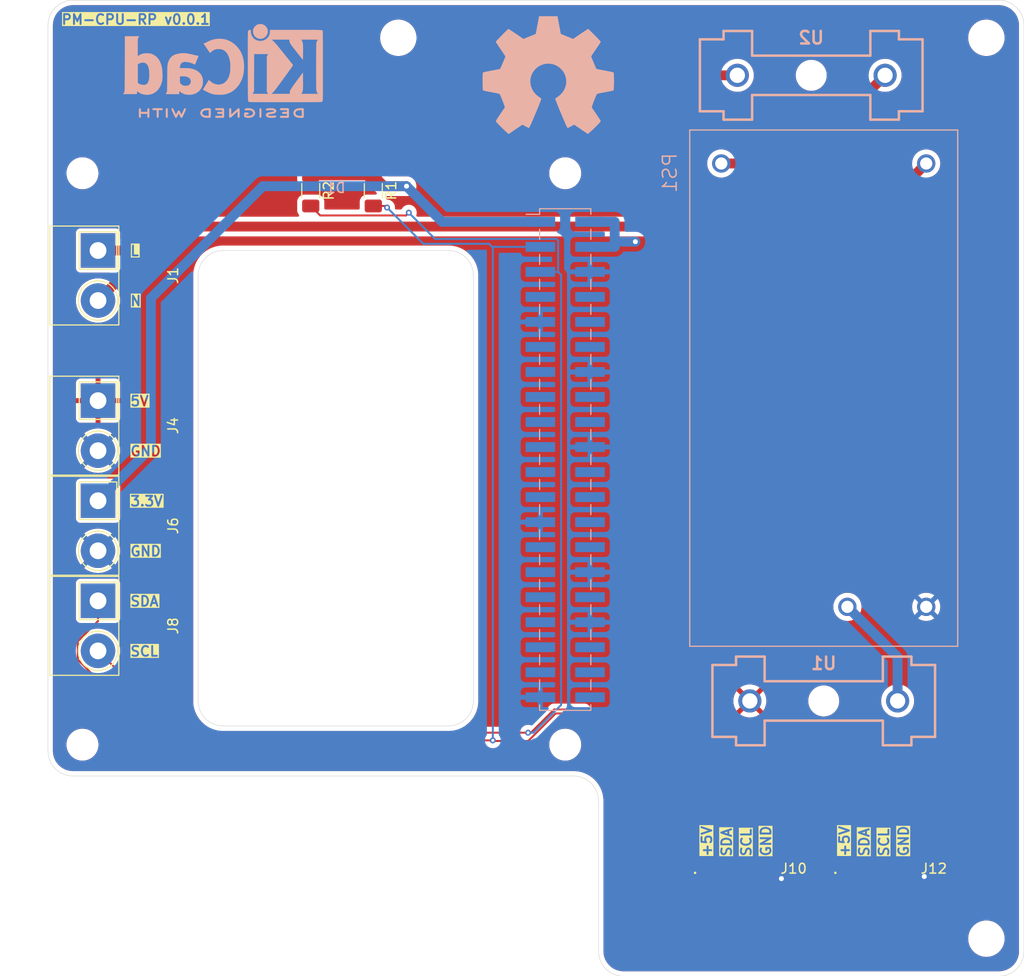
<source format=kicad_pcb>
(kicad_pcb (version 20240108) (generator "pcbnew") (generator_version "8.0")
  (layers (0 "F.Cu" signal) (31 "B.Cu" signal) (34 "B.Paste" user) (35 "F.Paste" user) (36 "B.SilkS" user "B.Silkscreen") (37 "F.SilkS" user "F.Silkscreen") (38 "B.Mask" user) (39 "F.Mask" user) (44 "Edge.Cuts" user))
  (net 0 "")
  (net 27 "/5V")
  (net 28 "GND")
  (net 29 "/3V3")
  (net 30 "/SCL")
  (net 31 "/SDA")
  (net 32 "/N")
  (net 33 "/L")
  (net 34 "Net-(PS1-PadAC{slash}L)")
  (net 35 "Net-(PS1-Pad+V)")
  (footprint "NextPCB:JST_S4B-PH-SM4-TB_JST_S4B-PH-SM4-TB" (layer "F.Cu") (at 185.42 140.97 180)
    (property "Reference" "J12" (at -6.096 2.032 0) (layer "F.SilkS") (effects (font (size 1.000268 1.000268))))
    (property "Value" "S4B-PH-SM4-TB")
    (pad "1" smd rect (at 3 0 180) (size 1 3.5) (layers "F.Cu" "F.Paste" "F.Mask") (net 27 "/5V"))
    (pad "2" smd rect (at 1 0 180) (size 1 3.5) (layers "F.Cu" "F.Paste" "F.Mask") (net 31 "/SDA"))
    (pad "3" smd rect (at -1 0 180) (size 1 3.5) (layers "F.Cu" "F.Paste" "F.Mask") (net 30 "/SCL"))
    (pad "4" smd rect (at -3 0 180) (size 1 3.5) (layers "F.Cu" "F.Paste" "F.Mask") (net 28 "GND"))
    (pad "P1" smd rect (at 5.35 -5.75 180) (size 1.5 3.4) (layers "F.Cu" "F.Paste" "F.Mask"))
    (pad "P2" smd rect (at -5.35 -5.75 180) (size 1.5 3.4) (layers "F.Cu" "F.Paste" "F.Mask"))
  )
  (footprint "MountingHole:MountingHole_3.2mm_M3" (layer "F.Cu") (at 137.16 54.61)
    (property "Reference" "H1" (hide yes))
    (property "Value" "MountingHole" (hide yes))
    (pad "" np_thru_hole circle (at 0 0) (size 3.2 3.2) (drill 3.2) (layers "*.Cu" "*.Mask"))
  )
  (footprint "NextPCB:Degson_2EDGR-5.08-02P" (layer "F.Cu") (at 106.68 111.76 -90)
    (property "Reference" "J8" (at 2.54 -7.62 90) (layer "F.SilkS"))
    (property "Value" "2EDGR-5.08-02P")
    (pad "1" thru_hole rect (at 0 0 270) (size 3.5 3.5) (drill 1.7) (layers "*.Cu" "*.Mask") (net 31 "/SDA"))
    (pad "2" thru_hole circle (at 5.08 0 270) (size 3.5 3.5) (drill 1.7) (layers "*.Cu" "*.Mask") (net 30 "/SCL"))
  )
  (footprint "MountingHole:MountingHole_3.2mm_M3" (layer "F.Cu") (at 196.85 146.05)
    (property "Reference" "H3" (hide yes))
    (property "Value" "MountingHole" (hide yes))
    (pad "" np_thru_hole circle (at 0 0) (size 3.2 3.2) (drill 3.2) (layers "*.Cu" "*.Mask"))
  )
  (footprint "Resistor_SMD:R_1206_3216Metric_Pad1.30x1.75mm_HandSolder" (layer "F.Cu") (at 128.27 70.13 -90)
    (property "Reference" "R2" (at 0 -1.82 90) (layer "F.SilkS"))
    (property "Value" "3k3")
    (pad "1" smd roundrect (at -1.55 0 270) (size 1.3 1.75) (layers "F.Cu" "F.Paste" "F.Mask") (roundrect_rratio 0.192308) (net 29 "/3V3"))
    (pad "2" smd roundrect (at 1.55 0 270) (size 1.3 1.75) (layers "F.Cu" "F.Paste" "F.Mask") (roundrect_rratio 0.192308) (net 30 "/SCL"))
  )
  (footprint "NextPCB:Degson_2EDGR-5.08-02P" (layer "F.Cu") (at 106.68 101.6 -90)
    (property "Reference" "J6" (at 2.54 -7.62 90) (layer "F.SilkS"))
    (property "Value" "2EDGR-5.08-02P")
    (pad "1" thru_hole rect (at 0 0 270) (size 3.5 3.5) (drill 1.7) (layers "*.Cu" "*.Mask") (net 29 "/3V3"))
    (pad "2" thru_hole circle (at 5.08 0 270) (size 3.5 3.5) (drill 1.7) (layers "*.Cu" "*.Mask") (net 28 "GND"))
  )
  (footprint "NextPCB:JST_S4B-PH-SM4-TB_JST_S4B-PH-SM4-TB" (layer "F.Cu") (at 171.18 140.97 180)
    (property "Reference" "J10" (at -6.112 2.032 0) (layer "F.SilkS") (effects (font (size 1.000268 1.000268))))
    (property "Value" "S4B-PH-SM4-TB")
    (pad "1" smd rect (at 3 0 180) (size 1 3.5) (layers "F.Cu" "F.Paste" "F.Mask") (net 27 "/5V"))
    (pad "2" smd rect (at 1 0 180) (size 1 3.5) (layers "F.Cu" "F.Paste" "F.Mask") (net 31 "/SDA"))
    (pad "3" smd rect (at -1 0 180) (size 1 3.5) (layers "F.Cu" "F.Paste" "F.Mask") (net 30 "/SCL"))
    (pad "4" smd rect (at -3 0 180) (size 1 3.5) (layers "F.Cu" "F.Paste" "F.Mask") (net 28 "GND"))
    (pad "P1" smd rect (at 5.35 -5.75 180) (size 1.5 3.4) (layers "F.Cu" "F.Paste" "F.Mask"))
    (pad "P2" smd rect (at -5.35 -5.75 180) (size 1.5 3.4) (layers "F.Cu" "F.Paste" "F.Mask"))
  )
  (footprint "Resistor_SMD:R_1206_3216Metric_Pad1.30x1.75mm_HandSolder" (layer "F.Cu") (at 134.62 70.13 -90)
    (property "Reference" "R1" (at 0 -1.82 90) (layer "F.SilkS"))
    (property "Value" "3k3")
    (pad "1" smd roundrect (at -1.55 0 270) (size 1.3 1.75) (layers "F.Cu" "F.Paste" "F.Mask") (roundrect_rratio 0.192308) (net 29 "/3V3"))
    (pad "2" smd roundrect (at 1.55 0 270) (size 1.3 1.75) (layers "F.Cu" "F.Paste" "F.Mask") (roundrect_rratio 0.192308) (net 31 "/SDA"))
  )
  (footprint "MountingHole:MountingHole_3.2mm_M3" (layer "F.Cu") (at 196.85 54.61)
    (property "Reference" "H2" (hide yes))
    (property "Value" "MountingHole" (hide yes))
    (pad "" np_thru_hole circle (at 0 0) (size 3.2 3.2) (drill 3.2) (layers "*.Cu" "*.Mask"))
  )
  (footprint "NextPCB:Degson_2EDGR-5.08-02P" (layer "F.Cu") (at 106.68 91.44 -90)
    (property "Reference" "J4" (at 2.54 -7.62 90) (layer "F.SilkS"))
    (property "Value" "2EDGR-5.08-02P")
    (pad "1" thru_hole rect (at 0 0 270) (size 3.5 3.5) (drill 1.7) (layers "*.Cu" "*.Mask") (net 27 "/5V"))
    (pad "2" thru_hole circle (at 5.08 0 270) (size 3.5 3.5) (drill 1.7) (layers "*.Cu" "*.Mask") (net 28 "GND"))
  )
  (footprint "NextPCB:Degson_2EDGR-5.08-02P" (layer "F.Cu") (at 106.68 76.2 -90)
    (property "Reference" "J1" (at 2.54 -7.62 90) (layer "F.SilkS"))
    (property "Value" "2EDGR-5.08-02P")
    (pad "1" thru_hole rect (at 0 0 270) (size 3.5 3.5) (drill 1.7) (layers "*.Cu" "*.Mask") (net 33 "/L"))
    (pad "2" thru_hole circle (at 5.08 0 270) (size 3.5 3.5) (drill 1.7) (layers "*.Cu" "*.Mask") (net 32 "/N"))
  )
  (footprint "NextPCB:RaspberryPi" (layer "B.Cu") (at 105.1 98.36 180)
    (property "Reference" "D1" (at -25.71 28.51 0) (layer "B.SilkS") (effects (justify mirror)))
    (property "Value" "~")
    (pad "" np_thru_hole circle (at -49 -28 90) (size 2.75 2.75) (drill 2.75) (layers "*.Cu" "*.Mask"))
    (pad "" np_thru_hole circle (at -49 30 90) (size 2.75 2.75) (drill 2.75) (layers "*.Cu" "*.Mask"))
    (pad "" np_thru_hole circle (at 0 -28 90) (size 2.75 2.75) (drill 2.75) (layers "*.Cu" "*.Mask"))
    (pad "" np_thru_hole circle (at 0 30 90) (size 2.75 2.75) (drill 2.75) (layers "*.Cu" "*.Mask"))
    (pad "1" smd rect (at -46.48 25.07 180) (size 3 1) (layers "B.Cu" "B.Paste" "B.Mask") (net 29 "/3V3"))
    (pad "2" smd rect (at -51.52 25.07 180) (size 3 1) (layers "B.Cu" "B.Paste" "B.Mask") (net 27 "/5V"))
    (pad "3" smd rect (at -46.48 22.53 180) (size 3 1) (layers "B.Cu" "B.Paste" "B.Mask") (net 31 "/SDA"))
    (pad "4" smd rect (at -51.52 22.53 180) (size 3 1) (layers "B.Cu" "B.Paste" "B.Mask") (net 27 "/5V"))
    (pad "5" smd rect (at -46.48 19.99 180) (size 3 1) (layers "B.Cu" "B.Paste" "B.Mask") (net 30 "/SCL"))
    (pad "6" smd rect (at -51.52 19.99 180) (size 3 1) (layers "B.Cu" "B.Paste" "B.Mask") (net 28 "GND"))
    (pad "7" smd rect (at -46.48 17.45 180) (size 3 1) (layers "B.Cu" "B.Paste" "B.Mask"))
    (pad "8" smd rect (at -51.52 17.45 180) (size 3 1) (layers "B.Cu" "B.Paste" "B.Mask"))
    (pad "9" smd rect (at -46.48 14.91 180) (size 3 1) (layers "B.Cu" "B.Paste" "B.Mask") (net 28 "GND"))
    (pad "10" smd rect (at -51.52 14.91 180) (size 3 1) (layers "B.Cu" "B.Paste" "B.Mask"))
    (pad "11" smd rect (at -46.48 12.37 180) (size 3 1) (layers "B.Cu" "B.Paste" "B.Mask"))
    (pad "12" smd rect (at -51.52 12.37 180) (size 3 1) (layers "B.Cu" "B.Paste" "B.Mask"))
    (pad "13" smd rect (at -46.48 9.83 180) (size 3 1) (layers "B.Cu" "B.Paste" "B.Mask"))
    (pad "14" smd rect (at -51.52 9.83 180) (size 3 1) (layers "B.Cu" "B.Paste" "B.Mask") (net 28 "GND"))
    (pad "15" smd rect (at -46.48 7.29 180) (size 3 1) (layers "B.Cu" "B.Paste" "B.Mask"))
    (pad "16" smd rect (at -51.52 7.29 180) (size 3 1) (layers "B.Cu" "B.Paste" "B.Mask"))
    (pad "17" smd rect (at -46.48 4.75 180) (size 3 1) (layers "B.Cu" "B.Paste" "B.Mask"))
    (pad "18" smd rect (at -51.52 4.75 180) (size 3 1) (layers "B.Cu" "B.Paste" "B.Mask"))
    (pad "19" smd rect (at -46.48 2.21 180) (size 3 1) (layers "B.Cu" "B.Paste" "B.Mask"))
    (pad "20" smd rect (at -51.52 2.21 180) (size 3 1) (layers "B.Cu" "B.Paste" "B.Mask") (net 28 "GND"))
    (pad "21" smd rect (at -46.48 -0.33 180) (size 3 1) (layers "B.Cu" "B.Paste" "B.Mask"))
    (pad "22" smd rect (at -51.52 -0.33 180) (size 3 1) (layers "B.Cu" "B.Paste" "B.Mask"))
    (pad "23" smd rect (at -46.48 -2.87 180) (size 3 1) (layers "B.Cu" "B.Paste" "B.Mask"))
    (pad "24" smd rect (at -51.52 -2.87 180) (size 3 1) (layers "B.Cu" "B.Paste" "B.Mask"))
    (pad "25" smd rect (at -46.48 -5.41 180) (size 3 1) (layers "B.Cu" "B.Paste" "B.Mask") (net 28 "GND"))
    (pad "26" smd rect (at -51.52 -5.41 180) (size 3 1) (layers "B.Cu" "B.Paste" "B.Mask"))
    (pad "27" smd rect (at -46.48 -7.95 180) (size 3 1) (layers "B.Cu" "B.Paste" "B.Mask"))
    (pad "28" smd rect (at -51.52 -7.95 180) (size 3 1) (layers "B.Cu" "B.Paste" "B.Mask"))
    (pad "29" smd rect (at -46.48 -10.49 180) (size 3 1) (layers "B.Cu" "B.Paste" "B.Mask"))
    (pad "30" smd rect (at -51.52 -10.49 180) (size 3 1) (layers "B.Cu" "B.Paste" "B.Mask") (net 28 "GND"))
    (pad "31" smd rect (at -46.48 -13.03 180) (size 3 1) (layers "B.Cu" "B.Paste" "B.Mask"))
    (pad "32" smd rect (at -51.52 -13.03 180) (size 3 1) (layers "B.Cu" "B.Paste" "B.Mask"))
    (pad "33" smd rect (at -46.48 -15.57 180) (size 3 1) (layers "B.Cu" "B.Paste" "B.Mask"))
    (pad "34" smd rect (at -51.52 -15.57 180) (size 3 1) (layers "B.Cu" "B.Paste" "B.Mask") (net 28 "GND"))
    (pad "35" smd rect (at -46.48 -18.11 180) (size 3 1) (layers "B.Cu" "B.Paste" "B.Mask"))
    (pad "36" smd rect (at -51.52 -18.11 180) (size 3 1) (layers "B.Cu" "B.Paste" "B.Mask"))
    (pad "37" smd rect (at -46.48 -20.65 180) (size 3 1) (layers "B.Cu" "B.Paste" "B.Mask"))
    (pad "38" smd rect (at -51.52 -20.65 180) (size 3 1) (layers "B.Cu" "B.Paste" "B.Mask"))
    (pad "39" smd rect (at -46.48 -23.19 180) (size 3 1) (layers "B.Cu" "B.Paste" "B.Mask") (net 28 "GND"))
    (pad "40" smd rect (at -51.52 -23.19 180) (size 3 1) (layers "B.Cu" "B.Paste" "B.Mask"))
  )
  (footprint "NextPCB:Fuseholder" (layer "B.Cu") (at 179.07 58.42 180)
    (property "Reference" "U2" (at 0 3.81 0) (layer "B.SilkS") (effects (font (size 1.27 1.27) (thickness 0.254)) (justify mirror)))
    (property "Value" "64900001039" (hide yes))
    (pad "" np_thru_hole circle (at 0 0 180) (size 2.65 2.65) (drill 2.65) (layers "*.Cu" "*.Mask"))
    (pad "1" thru_hole circle (at -7.5 0 180) (size 2.35 2.35) (drill 1.55) (layers "*.Cu" "*.Mask") (net 34 "Net-(PS1-PadAC{slash}L)"))
    (pad "2" thru_hole circle (at 7.5 0 180) (size 2.35 2.35) (drill 1.55) (layers "*.Cu" "*.Mask") (net 33 "/L"))
  )
  (footprint "NextPCB:Meanwell-IRM-15-5_CONV_IRM-15-5" (layer "B.Cu") (at 180.34 90.17 -90)
    (property "Reference" "PS1" (at -21.844 15.621 90) (layer "B.SilkS") (effects (font (size 1.4 1.4)) (justify mirror)))
    (property "Value" "IRM-15-5")
    (pad "+V" thru_hole circle (at 22.2 -2.4 270) (size 1.86 1.86) (drill 1.24) (layers "*.Cu" "*.Mask") (net 35 "Net-(PS1-Pad+V)"))
    (pad "-V" thru_hole circle (at 22.2 -10.4 270) (size 1.86 1.86) (drill 1.24) (layers "*.Cu" "*.Mask") (net 28 "GND"))
    (pad "AC/L" thru_hole circle (at -22.8 10.4 270) (size 1.86 1.86) (drill 1.24) (layers "*.Cu" "*.Mask") (net 34 "Net-(PS1-PadAC{slash}L)"))
    (pad "AC/N" thru_hole circle (at -22.8 -10.4 270) (size 1.86 1.86) (drill 1.24) (layers "*.Cu" "*.Mask") (net 32 "/N"))
  )
  (footprint "Symbol:OSHW-Symbol_13.4x12mm_SilkScreen" (layer "B.Cu") (at 152.4 58.42 180)
    (property "Reference" "logo_oshw" (hide yes))
    (property "Value" "OSHW-Symbol_13.4x12mm_SilkScreen" (hide yes))
  )
  (footprint "Symbol:KiCad-Logo2_8mm_SilkScreen" (layer "B.Cu") (at 119.38 57.15 180)
    (property "Reference" "logo_kicad" (hide yes))
    (property "Value" "KiCad-Logo2_8mm_SilkScreen" (hide yes))
  )
  (footprint "NextPCB:Fuseholder" (layer "B.Cu") (at 180.34 121.92)
    (property "Reference" "U1" (at 0 -3.81 0) (layer "B.SilkS") (effects (font (size 1.27 1.27) (thickness 0.254)) (justify mirror)))
    (property "Value" "64900001039" (hide yes))
    (pad "" np_thru_hole circle (at 0 0) (size 2.65 2.65) (drill 2.65) (layers "*.Cu" "*.Mask"))
    (pad "1" thru_hole circle (at -7.5 0) (size 2.35 2.35) (drill 1.55) (layers "*.Cu" "*.Mask") (net 27 "/5V"))
    (pad "2" thru_hole circle (at 7.5 0) (size 2.35 2.35) (drill 1.55) (layers "*.Cu" "*.Mask") (net 35 "Net-(PS1-Pad+V)"))
  )
  (gr_line (start 116.84 121.92) (end 116.84 78.74) (stroke (width 0.05)) (layer "Edge.Cuts"))
  (gr_arc (start 144.78 121.92) (mid 144.036051 123.716051) (end 142.24 124.46) (stroke (width 0.05)) (layer "Edge.Cuts"))
  (gr_line (start 144.78 78.74) (end 144.78 121.92) (stroke (width 0.05)) (layer "Edge.Cuts"))
  (gr_arc (start 101.6 53.34) (mid 102.343949 51.543949) (end 104.14 50.8) (stroke (width 0.05)) (layer "Edge.Cuts"))
  (gr_line (start 157.48 132.08) (end 157.48 147.32) (stroke (width 0.05)) (layer "Edge.Cuts"))
  (gr_line (start 142.24 124.46) (end 119.38 124.46) (stroke (width 0.05)) (layer "Edge.Cuts"))
  (gr_arc (start 142.24 76.2) (mid 144.036051 76.943949) (end 144.78 78.74) (stroke (width 0.05)) (layer "Edge.Cuts"))
  (gr_arc (start 160.02 149.86) (mid 158.223949 149.116051) (end 157.48 147.32) (stroke (width 0.05)) (layer "Edge.Cuts"))
  (gr_arc (start 104.14 129.54) (mid 102.343949 128.796051) (end 101.6 127) (stroke (width 0.05)) (layer "Edge.Cuts"))
  (gr_arc (start 119.38 124.46) (mid 117.583949 123.716051) (end 116.84 121.92) (stroke (width 0.05)) (layer "Edge.Cuts"))
  (gr_arc (start 116.84 78.74) (mid 117.583949 76.943949) (end 119.38 76.2) (stroke (width 0.05)) (layer "Edge.Cuts"))
  (gr_line (start 104.14 129.54) (end 154.94 129.54) (stroke (width 0.05)) (layer "Edge.Cuts"))
  (gr_line (start 198.12 50.8) (end 104.14 50.8) (stroke (width 0.05)) (layer "Edge.Cuts"))
  (gr_arc (start 198.12 50.8) (mid 199.916051 51.543949) (end 200.66 53.34) (stroke (width 0.05)) (layer "Edge.Cuts"))
  (gr_line (start 101.6 53.34) (end 101.6 127) (stroke (width 0.05)) (layer "Edge.Cuts"))
  (gr_arc (start 200.66 147.32) (mid 199.916051 149.116051) (end 198.12 149.86) (stroke (width 0.05)) (layer "Edge.Cuts"))
  (gr_line (start 160.02 149.86) (end 198.12 149.86) (stroke (width 0.05)) (layer "Edge.Cuts"))
  (gr_arc (start 154.94 129.54) (mid 156.736051 130.283949) (end 157.48 132.08) (stroke (width 0.05)) (layer "Edge.Cuts"))
  (gr_line (start 200.66 147.32) (end 200.66 53.34) (stroke (width 0.05)) (layer "Edge.Cuts"))
  (gr_line (start 119.38 76.2) (end 142.24 76.2) (stroke (width 0.05)) (layer "Edge.Cuts"))
  (gr_text "5V" (at 109.855 92.075 0) (layer "F.SilkS" knockout) (effects (font (size 1 1) (thickness 0.2) (bold yes)) (justify left bottom)))
  (gr_text "GND" (at 189.035266 137.795 90) (layer "F.SilkS" knockout) (effects (font (size 1 1) (thickness 0.2) (bold yes)) (justify left bottom)))
  (gr_text "SDA" (at 185.039 137.795 90) (layer "F.SilkS" knockout) (effects (font (size 1 1) (thickness 0.2) (bold yes)) (justify left bottom)))
  (gr_text "SCL" (at 187.037133 137.795 90) (layer "F.SilkS" knockout) (effects (font (size 1 1) (thickness 0.2) (bold yes)) (justify left bottom)))
  (gr_text "GND" (at 175.065266 137.795 90) (layer "F.SilkS" knockout) (effects (font (size 1 1) (thickness 0.2) (bold yes)) (justify left bottom)))
  (gr_text "+5V" (at 183.0324 137.8204 90) (layer "F.SilkS" knockout) (effects (font (size 1 1) (thickness 0.2) (bold yes)) (justify left bottom)))
  (gr_text "SCL" (at 109.855 117.475 0) (layer "F.SilkS" knockout) (effects (font (size 1 1) (thickness 0.2) (bold yes)) (justify left bottom)))
  (gr_text "L" (at 109.855 76.835 0) (layer "F.SilkS" knockout) (effects (font (size 1 1) (thickness 0.2) (bold yes)) (justify left bottom)))
  (gr_text "PM-CPU-RP v0.0.1" (at 102.87 53.34 0) (layer "F.SilkS" knockout) (effects (font (size 1 1) (thickness 0.2) (bold yes)) (justify left bottom)))
  (gr_text "SDA" (at 171.069 137.795 90) (layer "F.SilkS" knockout) (effects (font (size 1 1) (thickness 0.2) (bold yes)) (justify left bottom)))
  (gr_text "3.3V" (at 109.855 102.235 0) (layer "F.SilkS" knockout) (effects (font (size 1 1) (thickness 0.2) (bold yes)) (justify left bottom)))
  (gr_text "SCL" (at 173.067133 137.795 90) (layer "F.SilkS" knockout) (effects (font (size 1 1) (thickness 0.2) (bold yes)) (justify left bottom)))
  (gr_text "GND" (at 109.855 97.155 0) (layer "F.SilkS" knockout) (effects (font (size 1 1) (thickness 0.2) (bold yes)) (justify left bottom)))
  (gr_text "SDA" (at 109.855 112.395 0) (layer "F.SilkS" knockout) (effects (font (size 1 1) (thickness 0.2) (bold yes)) (justify left bottom)))
  (gr_text "N" (at 109.855 81.915 0) (layer "F.SilkS" knockout) (effects (font (size 1 1) (thickness 0.2) (bold yes)) (justify left bottom)))
  (gr_text "GND" (at 109.855 107.315 0) (layer "F.SilkS" knockout) (effects (font (size 1 1) (thickness 0.2) (bold yes)) (justify left bottom)))
  (gr_text "+5V" (at 169.0624 137.8204 90) (layer "F.SilkS" knockout) (effects (font (size 1 1) (thickness 0.2) (bold yes)) (justify left bottom)))
  (via (at 161.2192 75.3055) (size 1) (drill 0.5) (layers "F.Cu" "B.Cu") (net 27))
  (segment (start 161.2192 75.3055) (end 159.1217 75.3055) (width 1) (layer "B.Cu") (net 27))
  (segment (start 156.62 73.29) (end 159.1217 73.29) (width 1) (layer "B.Cu") (net 27))
  (segment (start 159.1217 75.83) (end 159.1217 75.3055) (width 1) (layer "B.Cu") (net 27))
  (segment (start 159.1217 75.3055) (end 159.1217 73.29) (width 1) (layer "B.Cu") (net 27))
  (segment (start 156.62 75.83) (end 159.1217 75.83) (width 1) (layer "B.Cu") (net 27))
  (segment (start 189.4024 138.2183) (end 188.42 138.2183) (width 1) (layer "F.Cu") (net 28))
  (segment (start 176.0435 139.9542) (end 175.1958 139.9542) (width 1) (layer "F.Cu") (net 28))
  (segment (start 188.42 140.97) (end 188.42 138.2183) (width 1) (layer "F.Cu") (net 28))
  (segment (start 175.1958 139.9542) (end 174.18 140.97) (width 1) (layer "F.Cu") (net 28))
  (segment (start 190.5448 139.7417) (end 190.5448 139.3607) (width 1) (layer "F.Cu") (net 28))
  (segment (start 190.5448 139.3607) (end 189.4024 138.2183) (width 1) (layer "F.Cu") (net 28))
  (via (at 176.0435 139.9542) (size 1) (drill 0.5) (layers "F.Cu" "B.Cu") (net 28))
  (via (at 190.5448 139.7417) (size 1) (drill 0.5) (layers "F.Cu" "B.Cu") (net 28))
  (segment (start 135.7137 69.6737) (end 134.62 68.58) (width 1) (layer "F.Cu") (net 29))
  (segment (start 137.9938 69.6737) (end 135.7137 69.6737) (width 1) (layer "F.Cu") (net 29))
  (segment (start 128.27 68.58) (end 134.62 68.58) (width 1) (layer "F.Cu") (net 29))
  (via (at 137.9938 69.6737) (size 1) (drill 0.5) (layers "F.Cu" "B.Cu") (net 29))
  (segment (start 112.0493 81.0314) (end 112.0493 96.2307) (width 1) (layer "B.Cu") (net 29))
  (segment (start 141.6101 73.29) (end 137.9938 69.6737) (width 1) (layer "B.Cu") (net 29))
  (segment (start 123.407 69.6737) (end 112.0493 81.0314) (width 1) (layer "B.Cu") (net 29))
  (segment (start 137.9938 69.6737) (end 123.407 69.6737) (width 1) (layer "B.Cu") (net 29))
  (segment (start 151.58 73.29) (end 141.6101 73.29) (width 1) (layer "B.Cu") (net 29))
  (segment (start 112.0493 96.2307) (end 106.68 101.6) (width 1) (layer "B.Cu") (net 29))
  (segment (start 186.42 140.97) (end 186.42 138.9183) (width 0.2) (layer "F.Cu") (net 30))
  (segment (start 137.9435 72.6435) (end 129.2335 72.6435) (width 0.2) (layer "F.Cu") (net 30))
  (segment (start 186.42 138.9183) (end 185.5317 138.03) (width 0.2) (layer "F.Cu") (net 30))
  (segment (start 172.18 140.97) (end 172.18 138.9183) (width 0.2) (layer "F.Cu") (net 30))
  (segment (start 173.0683 138.03) (end 172.18 138.9183) (width 0.2) (layer "F.Cu") (net 30))
  (segment (start 152.970343 122.79) (end 156.0517 122.79) (width 0.2) (layer "F.Cu") (net 30))
  (segment (start 114.9842 125.1442) (end 150.3333 125.1442) (width 0.2) (layer "F.Cu") (net 30))
  (segment (start 129.2335 72.6435) (end 128.27 71.68) (width 0.2) (layer "F.Cu") (net 30))
  (segment (start 150.3333 125.1442) (end 150.616143 125.1442) (width 0.2) (layer "F.Cu") (net 30))
  (segment (start 150.616143 125.1442) (end 152.970343 122.79) (width 0.2) (layer "F.Cu") (net 30))
  (segment (start 185.5317 138.03) (end 173.0683 138.03) (width 0.2) (layer "F.Cu") (net 30))
  (segment (start 156.0517 122.79) (end 172.18 138.9183) (width 0.2) (layer "F.Cu") (net 30))
  (segment (start 106.68 116.84) (end 114.9842 125.1442) (width 0.2) (layer "F.Cu") (net 30))
  (segment (start 138.2237 72.3633) (end 137.9435 72.6435) (width 0.2) (layer "F.Cu") (net 30))
  (via (at 138.2237 72.3633) (size 0.6) (drill 0.3) (layers "F.Cu" "B.Cu") (net 30))
  (via (at 150.3333 125.1442) (size 0.6) (drill 0.3) (layers "F.Cu" "B.Cu") (net 30))
  (segment (start 153.6817 122.3289) (end 153.6817 78.67) (width 0.2) (layer "B.Cu") (net 30))
  (segment (start 140.8887 75.0283) (end 138.2237 72.3633) (width 0.2) (layer "B.Cu") (net 30))
  (segment (start 150.3333 125.1442) (end 150.8664 125.1442) (width 0.2) (layer "B.Cu") (net 30))
  (segment (start 150.8664 125.1442) (end 153.6817 122.3289) (width 0.2) (layer "B.Cu") (net 30))
  (segment (start 151.58 78.37) (end 153.3817 78.37) (width 0.2) (layer "B.Cu") (net 30))
  (segment (start 153.2098 75.0283) (end 140.8887 75.0283) (width 0.2) (layer "B.Cu") (net 30))
  (segment (start 153.3817 78.37) (end 153.3817 75.2002) (width 0.2) (layer "B.Cu") (net 30))
  (segment (start 153.3817 75.2002) (end 153.2098 75.0283) (width 0.2) (layer "B.Cu") (net 30))
  (segment (start 153.6817 78.67) (end 153.3817 78.37) (width 0.2) (layer "B.Cu") (net 30))
  (segment (start 112.8226 125.9241) (end 146.7523 125.9241) (width 0.2) (layer "F.Cu") (net 31))
  (segment (start 135.8565 71.68) (end 136.015 71.8385) (width 0.2) (layer "F.Cu") (net 31))
  (segment (start 173.27 138.43) (end 183.13 138.43) (width 0.2) (layer "F.Cu") (net 31))
  (segment (start 106.68 111.76) (end 106.68 113.8117) (width 0.2) (layer "F.Cu") (net 31))
  (segment (start 183.13 138.43) (end 184.42 139.72) (width 0.2) (layer "F.Cu") (net 31))
  (segment (start 170.18 137.483986) (end 170.18 140.97) (width 0.2) (layer "F.Cu") (net 31))
  (segment (start 170.18 140.97) (end 170.18 142.22) (width 0.2) (layer "F.Cu") (net 31))
  (segment (start 172.744 143.256) (end 173.08 142.92) (width 0.2) (layer "F.Cu") (net 31))
  (segment (start 104.6283 115.8634) (end 104.6283 117.7298) (width 0.2) (layer "F.Cu") (net 31))
  (segment (start 173.08 138.62) (end 173.27 138.43) (width 0.2) (layer "F.Cu") (net 31))
  (segment (start 104.6283 117.7298) (end 112.8226 125.9241) (width 0.2) (layer "F.Cu") (net 31))
  (segment (start 184.42 139.72) (end 184.42 140.97) (width 0.2) (layer "F.Cu") (net 31))
  (segment (start 171.216 143.256) (end 172.744 143.256) (width 0.2) (layer "F.Cu") (net 31))
  (segment (start 134.62 71.68) (end 135.8565 71.68) (width 0.2) (layer "F.Cu") (net 31))
  (segment (start 170.18 142.22) (end 171.216 143.256) (width 0.2) (layer "F.Cu") (net 31))
  (segment (start 106.68 113.8117) (end 104.6283 115.8634) (width 0.2) (layer "F.Cu") (net 31))
  (segment (start 146.7523 125.9241) (end 146.8122 125.984) (width 0.2) (layer "F.Cu") (net 31))
  (segment (start 153.136029 123.19) (end 155.886014 123.19) (width 0.2) (layer "F.Cu") (net 31))
  (segment (start 155.886014 123.19) (end 170.18 137.483986) (width 0.2) (layer "F.Cu") (net 31))
  (segment (start 150.342029 125.984) (end 153.136029 123.19) (width 0.2) (layer "F.Cu") (net 31))
  (segment (start 146.8122 125.984) (end 150.342029 125.984) (width 0.2) (layer "F.Cu") (net 31))
  (segment (start 173.08 142.92) (end 173.08 138.62) (width 0.2) (layer "F.Cu") (net 31))
  (via (at 136.015 71.8385) (size 0.6) (drill 0.3) (layers "F.Cu" "B.Cu") (net 31))
  (via (at 146.7523 125.9241) (size 0.6) (drill 0.3) (layers "F.Cu" "B.Cu") (net 31))
  (segment (start 146.3749 75.5226) (end 146.7523 75.9) (width 0.2) (layer "B.Cu") (net 31))
  (segment (start 146.8223 75.83) (end 151.58 75.83) (width 0.2) (layer "B.Cu") (net 31))
  (segment (start 139.6991 75.5226) (end 146.3749 75.5226) (width 0.2) (layer "B.Cu") (net 31))
  (segment (start 136.015 71.8385) (end 139.6991 75.5226) (width 0.2) (layer "B.Cu") (net 31))
  (segment (start 146.7523 75.9) (end 146.8223 75.83) (width 0.2) (layer "B.Cu") (net 31))
  (segment (start 146.7523 125.9241) (end 146.7523 75.9) (width 0.2) (layer "B.Cu") (net 31))
  (segment (start 184.34 73.77) (end 190.74 67.37) (width 1) (layer "F.Cu") (net 32))
  (segment (start 106.68 81.28) (end 114.19 73.77) (width 1) (layer "F.Cu") (net 32))
  (segment (start 114.19 73.77) (end 184.34 73.77) (width 1) (layer "F.Cu") (net 32))
  (segment (start 106.68 76.2) (end 109.4317 76.2) (width 1) (layer "F.Cu") (net 33))
  (segment (start 171.57 58.42) (end 127.2117 58.42) (width 1) (layer "F.Cu") (net 33))
  (segment (start 127.2117 58.42) (end 109.4317 76.2) (width 1) (layer "F.Cu") (net 33))
  (segment (start 169.94 67.37) (end 177.62 67.37) (width 1) (layer "F.Cu") (net 34))
  (segment (start 177.62 67.37) (end 186.57 58.42) (width 1) (layer "F.Cu") (net 34))
  (segment (start 187.84 117.47) (end 182.74 112.37) (width 1) (layer "B.Cu") (net 35))
  (segment (start 187.84 121.92) (end 187.84 117.47) (width 1) (layer "B.Cu") (net 35))
  (zone (net 27) (net_name "/5V") (layer "F.Cu") (connect_pads (clearance 0.5)) (min_thickness 0.25) (fill yes (thermal_gap 0.5) (thermal_bridge_width 0.5))
    (polygon (pts (xy 101.6 50.8) (xy 200.66 50.8) (xy 200.66 149.86) (xy 101.6 149.86)))
  )
  (zone (net 28) (net_name "GND") (layer "B.Cu") (priority 1) (connect_pads (clearance 0.5)) (min_thickness 0.25) (fill yes (thermal_gap 0.5) (thermal_bridge_width 0.5))
    (polygon (pts (xy 101.6 50.8) (xy 200.66 50.8) (xy 200.66 149.86) (xy 101.6 149.86)))
  )
)
</source>
